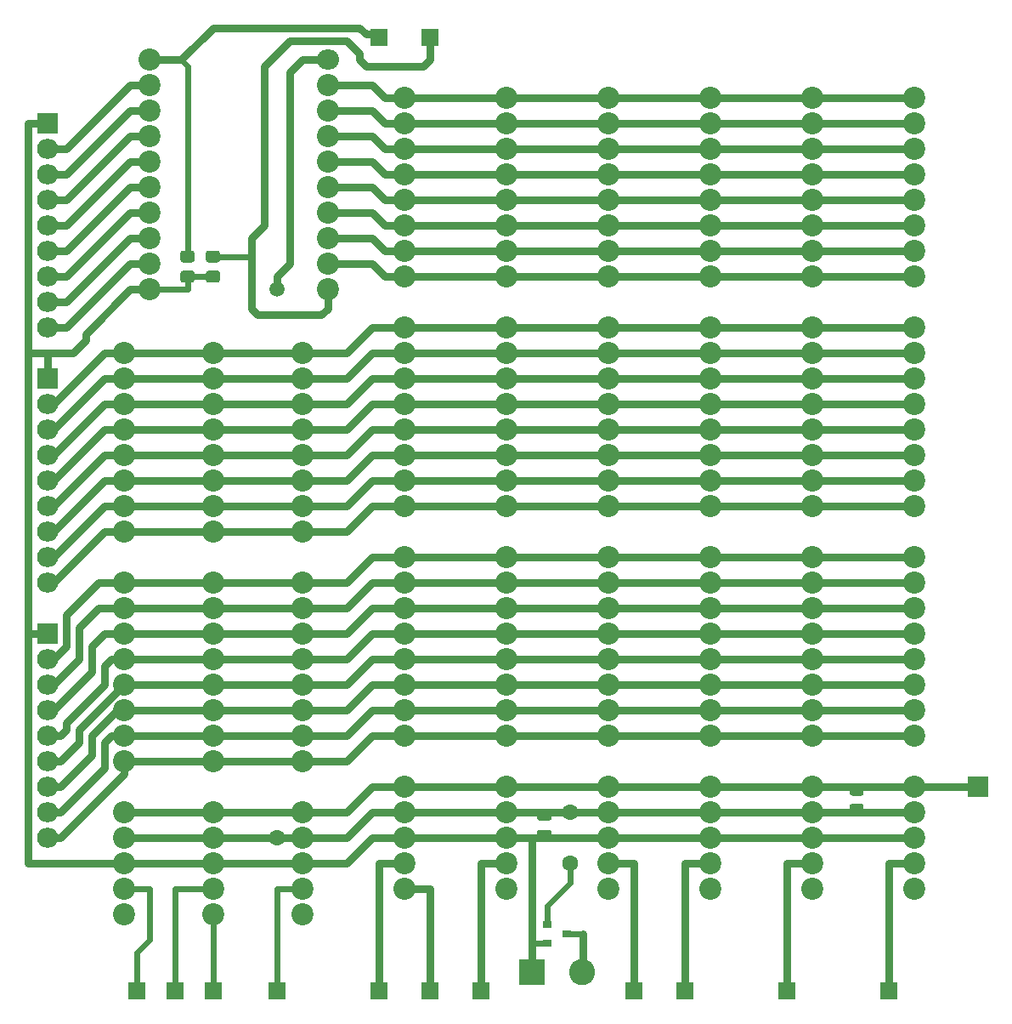
<source format=gbr>
%TF.GenerationSoftware,KiCad,Pcbnew,(5.1.8)-1*%
%TF.CreationDate,2024-07-24T23:05:17+03:00*%
%TF.ProjectId,ALU,414c552e-6b69-4636-9164-5f7063625858,rev?*%
%TF.SameCoordinates,Original*%
%TF.FileFunction,Copper,L2,Bot*%
%TF.FilePolarity,Positive*%
%FSLAX46Y46*%
G04 Gerber Fmt 4.6, Leading zero omitted, Abs format (unit mm)*
G04 Created by KiCad (PCBNEW (5.1.8)-1) date 2024-07-24 23:05:17*
%MOMM*%
%LPD*%
G01*
G04 APERTURE LIST*
%TA.AperFunction,ComponentPad*%
%ADD10C,2.200000*%
%TD*%
%TA.AperFunction,ComponentPad*%
%ADD11R,1.700000X1.700000*%
%TD*%
%TA.AperFunction,ComponentPad*%
%ADD12O,2.200000X2.000000*%
%TD*%
%TA.AperFunction,SMDPad,CuDef*%
%ADD13R,0.900000X0.800000*%
%TD*%
%TA.AperFunction,ComponentPad*%
%ADD14R,2.600000X2.600000*%
%TD*%
%TA.AperFunction,ComponentPad*%
%ADD15C,2.600000*%
%TD*%
%TA.AperFunction,ComponentPad*%
%ADD16R,2.100000X2.000000*%
%TD*%
%TA.AperFunction,ComponentPad*%
%ADD17O,2.100000X2.000000*%
%TD*%
%TA.AperFunction,ViaPad*%
%ADD18C,1.600000*%
%TD*%
%TA.AperFunction,ViaPad*%
%ADD19C,1.500000*%
%TD*%
%TA.AperFunction,Conductor*%
%ADD20C,0.800000*%
%TD*%
%TA.AperFunction,Conductor*%
%ADD21C,0.600000*%
%TD*%
G04 APERTURE END LIST*
%TO.P,R3,2*%
%TO.N,/Latch*%
%TA.AperFunction,SMDPad,CuDef*%
G36*
G01*
X96335001Y-91040000D02*
X95434999Y-91040000D01*
G75*
G02*
X95185000Y-90790001I0J249999D01*
G01*
X95185000Y-90089999D01*
G75*
G02*
X95434999Y-89840000I249999J0D01*
G01*
X96335001Y-89840000D01*
G75*
G02*
X96585000Y-90089999I0J-249999D01*
G01*
X96585000Y-90790001D01*
G75*
G02*
X96335001Y-91040000I-249999J0D01*
G01*
G37*
%TD.AperFunction*%
%TO.P,R3,1*%
%TO.N,VCC*%
%TA.AperFunction,SMDPad,CuDef*%
G36*
G01*
X96335001Y-93040000D02*
X95434999Y-93040000D01*
G75*
G02*
X95185000Y-92790001I0J249999D01*
G01*
X95185000Y-92089999D01*
G75*
G02*
X95434999Y-91840000I249999J0D01*
G01*
X96335001Y-91840000D01*
G75*
G02*
X96585000Y-92089999I0J-249999D01*
G01*
X96585000Y-92790001D01*
G75*
G02*
X96335001Y-93040000I-249999J0D01*
G01*
G37*
%TD.AperFunction*%
%TD*%
%TO.P,R2,2*%
%TO.N,GND*%
%TA.AperFunction,SMDPad,CuDef*%
G36*
G01*
X28759999Y-38770000D02*
X29660001Y-38770000D01*
G75*
G02*
X29910000Y-39019999I0J-249999D01*
G01*
X29910000Y-39720001D01*
G75*
G02*
X29660001Y-39970000I-249999J0D01*
G01*
X28759999Y-39970000D01*
G75*
G02*
X28510000Y-39720001I0J249999D01*
G01*
X28510000Y-39019999D01*
G75*
G02*
X28759999Y-38770000I249999J0D01*
G01*
G37*
%TD.AperFunction*%
%TO.P,R2,1*%
%TO.N,/INVL*%
%TA.AperFunction,SMDPad,CuDef*%
G36*
G01*
X28759999Y-36770000D02*
X29660001Y-36770000D01*
G75*
G02*
X29910000Y-37019999I0J-249999D01*
G01*
X29910000Y-37720001D01*
G75*
G02*
X29660001Y-37970000I-249999J0D01*
G01*
X28759999Y-37970000D01*
G75*
G02*
X28510000Y-37720001I0J249999D01*
G01*
X28510000Y-37019999D01*
G75*
G02*
X28759999Y-36770000I249999J0D01*
G01*
G37*
%TD.AperFunction*%
%TD*%
%TO.P,R1,2*%
%TO.N,GND*%
%TA.AperFunction,SMDPad,CuDef*%
G36*
G01*
X31299999Y-38770000D02*
X32200001Y-38770000D01*
G75*
G02*
X32450000Y-39019999I0J-249999D01*
G01*
X32450000Y-39720001D01*
G75*
G02*
X32200001Y-39970000I-249999J0D01*
G01*
X31299999Y-39970000D01*
G75*
G02*
X31050000Y-39720001I0J249999D01*
G01*
X31050000Y-39019999D01*
G75*
G02*
X31299999Y-38770000I249999J0D01*
G01*
G37*
%TD.AperFunction*%
%TO.P,R1,1*%
%TO.N,/INVH*%
%TA.AperFunction,SMDPad,CuDef*%
G36*
G01*
X31299999Y-36770000D02*
X32200001Y-36770000D01*
G75*
G02*
X32450000Y-37019999I0J-249999D01*
G01*
X32450000Y-37720001D01*
G75*
G02*
X32200001Y-37970000I-249999J0D01*
G01*
X31299999Y-37970000D01*
G75*
G02*
X31050000Y-37720001I0J249999D01*
G01*
X31050000Y-37019999D01*
G75*
G02*
X31299999Y-36770000I249999J0D01*
G01*
G37*
%TD.AperFunction*%
%TD*%
D10*
%TO.P,U9,21*%
%TO.N,Net-(U9-Pad21)*%
X22860000Y-102870000D03*
%TO.P,U9,20*%
%TO.N,/~RSRV*%
X22860000Y-100330000D03*
%TO.P,U9,19*%
%TO.N,GND*%
X22860000Y-97790000D03*
%TO.P,U9,18*%
%TO.N,VCC*%
X22860000Y-95250000D03*
%TO.P,U9,17*%
%TO.N,/Latch*%
X22860000Y-92710000D03*
%TO.P,U9,16*%
%TO.N,/O7*%
X22860000Y-87630000D03*
%TO.P,U9,15*%
%TO.N,/O6*%
X22860000Y-85090000D03*
%TO.P,U9,14*%
%TO.N,/O5*%
X22860000Y-82550000D03*
%TO.P,U9,13*%
%TO.N,/O4*%
X22860000Y-80010000D03*
%TO.P,U9,12*%
%TO.N,/O3*%
X22860000Y-77470000D03*
%TO.P,U9,11*%
%TO.N,/O2*%
X22860000Y-74930000D03*
%TO.P,U9,10*%
%TO.N,/O1*%
X22860000Y-72390000D03*
%TO.P,U9,9*%
%TO.N,/O0*%
X22860000Y-69850000D03*
%TO.P,U9,8*%
%TO.N,/A7*%
X22860000Y-64770000D03*
%TO.P,U9,7*%
%TO.N,/A6*%
X22860000Y-62230000D03*
%TO.P,U9,6*%
%TO.N,/A5*%
X22860000Y-59690000D03*
%TO.P,U9,5*%
%TO.N,/A4*%
X22860000Y-57150000D03*
%TO.P,U9,4*%
%TO.N,/A3*%
X22860000Y-54610000D03*
%TO.P,U9,3*%
%TO.N,/A2*%
X22860000Y-52070000D03*
%TO.P,U9,2*%
%TO.N,/A1*%
X22860000Y-49530000D03*
%TO.P,U9,1*%
%TO.N,/A0*%
X22860000Y-46990000D03*
%TD*%
D11*
%TO.P,J14,1*%
%TO.N,/INVH*%
X53340000Y-15557500D03*
%TD*%
%TO.P,J13,1*%
%TO.N,/INVL*%
X48260000Y-15557500D03*
%TD*%
%TO.P,J12,1*%
%TO.N,/~RSRV*%
X24130000Y-110490000D03*
%TD*%
D12*
%TO.P,U10,20*%
%TO.N,VCC*%
X43180000Y-17780000D03*
D10*
%TO.P,U10,19*%
%TO.N,/B0*%
X43180000Y-20320000D03*
%TO.P,U10,18*%
%TO.N,/B1*%
X43180000Y-22860000D03*
%TO.P,U10,17*%
%TO.N,/B2*%
X43180000Y-25400000D03*
%TO.P,U10,16*%
%TO.N,/B3*%
X43180000Y-27940000D03*
%TO.P,U10,15*%
%TO.N,/B4*%
X43180000Y-30480000D03*
%TO.P,U10,14*%
%TO.N,/B5*%
X43180000Y-33020000D03*
%TO.P,U10,13*%
%TO.N,/B6*%
X43180000Y-35560000D03*
%TO.P,U10,12*%
%TO.N,/B7*%
X43180000Y-38100000D03*
%TO.P,U10,11*%
%TO.N,/INVH*%
X43180000Y-40640000D03*
%TO.P,U10,10*%
%TO.N,GND*%
X25400000Y-40640000D03*
%TO.P,U10,9*%
%TO.N,/B7'*%
X25400000Y-38100000D03*
%TO.P,U10,8*%
%TO.N,/B6'*%
X25400000Y-35560000D03*
%TO.P,U10,7*%
%TO.N,/B5'*%
X25400000Y-33020000D03*
%TO.P,U10,6*%
%TO.N,/B4'*%
X25400000Y-30480000D03*
%TO.P,U10,5*%
%TO.N,/B3'*%
X25400000Y-27940000D03*
%TO.P,U10,4*%
%TO.N,/B2'*%
X25400000Y-25400000D03*
%TO.P,U10,3*%
%TO.N,/B1'*%
X25400000Y-22860000D03*
%TO.P,U10,2*%
%TO.N,/B0'*%
X25400000Y-20320000D03*
%TO.P,U10,1*%
%TO.N,/INVL*%
X25400000Y-17780000D03*
%TD*%
D13*
%TO.P,Q1,3*%
%TO.N,Net-(J7-Pad2)*%
X67040000Y-104775000D03*
%TO.P,Q1,2*%
%TO.N,VCC*%
X65040000Y-103825000D03*
%TO.P,Q1,1*%
%TO.N,GND*%
X65040000Y-105725000D03*
%TD*%
D11*
%TO.P,J11,1*%
%TO.N,/~SWAP*%
X38100000Y-110490000D03*
%TD*%
D10*
%TO.P,U8,21*%
%TO.N,Net-(U8-Pad21)*%
X40640000Y-102870000D03*
%TO.P,U8,20*%
%TO.N,/~SWAP*%
X40640000Y-100330000D03*
%TO.P,U8,19*%
%TO.N,GND*%
X40640000Y-97790000D03*
%TO.P,U8,18*%
%TO.N,VCC*%
X40640000Y-95250000D03*
%TO.P,U8,17*%
%TO.N,/Latch*%
X40640000Y-92710000D03*
%TO.P,U8,16*%
%TO.N,/O7*%
X40640000Y-87630000D03*
%TO.P,U8,15*%
%TO.N,/O6*%
X40640000Y-85090000D03*
%TO.P,U8,14*%
%TO.N,/O5*%
X40640000Y-82550000D03*
%TO.P,U8,13*%
%TO.N,/O4*%
X40640000Y-80010000D03*
%TO.P,U8,12*%
%TO.N,/O3*%
X40640000Y-77470000D03*
%TO.P,U8,11*%
%TO.N,/O2*%
X40640000Y-74930000D03*
%TO.P,U8,10*%
%TO.N,/O1*%
X40640000Y-72390000D03*
%TO.P,U8,9*%
%TO.N,/O0*%
X40640000Y-69850000D03*
%TO.P,U8,8*%
%TO.N,/A7*%
X40640000Y-64770000D03*
%TO.P,U8,7*%
%TO.N,/A6*%
X40640000Y-62230000D03*
%TO.P,U8,6*%
%TO.N,/A5*%
X40640000Y-59690000D03*
%TO.P,U8,5*%
%TO.N,/A4*%
X40640000Y-57150000D03*
%TO.P,U8,4*%
%TO.N,/A3*%
X40640000Y-54610000D03*
%TO.P,U8,3*%
%TO.N,/A2*%
X40640000Y-52070000D03*
%TO.P,U8,2*%
%TO.N,/A1*%
X40640000Y-49530000D03*
%TO.P,U8,1*%
%TO.N,/A0*%
X40640000Y-46990000D03*
%TD*%
D11*
%TO.P,J6,1*%
%TO.N,/UseCF2*%
X27940000Y-110490000D03*
%TD*%
%TO.P,J5,1*%
%TO.N,/~LSRx*%
X31750000Y-110490000D03*
%TD*%
D10*
%TO.P,U5,29*%
%TO.N,Net-(U5-Pad29)*%
X91440000Y-100330000D03*
%TO.P,U5,28*%
%TO.N,/CMP.Expand*%
X91440000Y-97790000D03*
%TO.P,U5,27*%
%TO.N,GND*%
X91440000Y-95250000D03*
%TO.P,U5,26*%
%TO.N,VCC*%
X91440000Y-92710000D03*
%TO.P,U5,25*%
%TO.N,/Latch*%
X91440000Y-90170000D03*
%TO.P,U5,24*%
%TO.N,/O7*%
X91440000Y-85090000D03*
%TO.P,U5,23*%
%TO.N,/O6*%
X91440000Y-82550000D03*
%TO.P,U5,22*%
%TO.N,/O5*%
X91440000Y-80010000D03*
%TO.P,U5,21*%
%TO.N,/O4*%
X91440000Y-77470000D03*
%TO.P,U5,20*%
%TO.N,/O3*%
X91440000Y-74930000D03*
%TO.P,U5,19*%
%TO.N,/O2*%
X91440000Y-72390000D03*
%TO.P,U5,18*%
%TO.N,/O1*%
X91440000Y-69850000D03*
%TO.P,U5,17*%
%TO.N,/O0*%
X91440000Y-67310000D03*
%TO.P,U5,16*%
%TO.N,/A7*%
X91440000Y-62230000D03*
%TO.P,U5,15*%
%TO.N,/A6*%
X91440000Y-59690000D03*
%TO.P,U5,14*%
%TO.N,/A5*%
X91440000Y-57150000D03*
%TO.P,U5,13*%
%TO.N,/A4*%
X91440000Y-54610000D03*
%TO.P,U5,12*%
%TO.N,/A3*%
X91440000Y-52070000D03*
%TO.P,U5,11*%
%TO.N,/A2*%
X91440000Y-49530000D03*
%TO.P,U5,10*%
%TO.N,/A1*%
X91440000Y-46990000D03*
%TO.P,U5,9*%
%TO.N,/A0*%
X91440000Y-44450000D03*
%TO.P,U5,8*%
%TO.N,/B7*%
X91440000Y-39370000D03*
%TO.P,U5,7*%
%TO.N,/B6*%
X91440000Y-36830000D03*
%TO.P,U5,6*%
%TO.N,/B5*%
X91440000Y-34290000D03*
%TO.P,U5,5*%
%TO.N,/B4*%
X91440000Y-31750000D03*
%TO.P,U5,4*%
%TO.N,/B3*%
X91440000Y-29210000D03*
%TO.P,U5,3*%
%TO.N,/B2*%
X91440000Y-26670000D03*
%TO.P,U5,2*%
%TO.N,/B1*%
X91440000Y-24130000D03*
%TO.P,U5,1*%
%TO.N,/B0*%
X91440000Y-21590000D03*
%TD*%
D14*
%TO.P,J7,1*%
%TO.N,GND*%
X63500000Y-108585000D03*
D15*
%TO.P,J7,2*%
%TO.N,Net-(J7-Pad2)*%
X68500000Y-108585000D03*
%TD*%
D10*
%TO.P,U1,1*%
%TO.N,/B0*%
X50800000Y-21590000D03*
%TO.P,U1,2*%
%TO.N,/B1*%
X50800000Y-24130000D03*
%TO.P,U1,3*%
%TO.N,/B2*%
X50800000Y-26670000D03*
%TO.P,U1,4*%
%TO.N,/B3*%
X50800000Y-29210000D03*
%TO.P,U1,5*%
%TO.N,/B4*%
X50800000Y-31750000D03*
%TO.P,U1,6*%
%TO.N,/B5*%
X50800000Y-34290000D03*
%TO.P,U1,7*%
%TO.N,/B6*%
X50800000Y-36830000D03*
%TO.P,U1,8*%
%TO.N,/B7*%
X50800000Y-39370000D03*
%TO.P,U1,9*%
%TO.N,/A0*%
X50800000Y-44450000D03*
%TO.P,U1,10*%
%TO.N,/A1*%
X50800000Y-46990000D03*
%TO.P,U1,11*%
%TO.N,/A2*%
X50800000Y-49530000D03*
%TO.P,U1,12*%
%TO.N,/A3*%
X50800000Y-52070000D03*
%TO.P,U1,13*%
%TO.N,/A4*%
X50800000Y-54610000D03*
%TO.P,U1,14*%
%TO.N,/A5*%
X50800000Y-57150000D03*
%TO.P,U1,15*%
%TO.N,/A6*%
X50800000Y-59690000D03*
%TO.P,U1,16*%
%TO.N,/A7*%
X50800000Y-62230000D03*
%TO.P,U1,17*%
%TO.N,/O0*%
X50800000Y-67310000D03*
%TO.P,U1,18*%
%TO.N,/O1*%
X50800000Y-69850000D03*
%TO.P,U1,19*%
%TO.N,/O2*%
X50800000Y-72390000D03*
%TO.P,U1,20*%
%TO.N,/O3*%
X50800000Y-74930000D03*
%TO.P,U1,21*%
%TO.N,/O4*%
X50800000Y-77470000D03*
%TO.P,U1,22*%
%TO.N,/O5*%
X50800000Y-80010000D03*
%TO.P,U1,23*%
%TO.N,/O6*%
X50800000Y-82550000D03*
%TO.P,U1,24*%
%TO.N,/O7*%
X50800000Y-85090000D03*
%TO.P,U1,25*%
%TO.N,/Latch*%
X50800000Y-90170000D03*
%TO.P,U1,26*%
%TO.N,VCC*%
X50800000Y-92710000D03*
%TO.P,U1,27*%
%TO.N,GND*%
X50800000Y-95250000D03*
%TO.P,U1,28*%
%TO.N,/UseCF*%
X50800000Y-97790000D03*
%TO.P,U1,29*%
%TO.N,/~ADDx*%
X50800000Y-100330000D03*
%TD*%
%TO.P,U2,29*%
%TO.N,Net-(U2-Pad29)*%
X60960000Y-100330000D03*
%TO.P,U2,28*%
%TO.N,/~AND*%
X60960000Y-97790000D03*
%TO.P,U2,27*%
%TO.N,GND*%
X60960000Y-95250000D03*
%TO.P,U2,26*%
%TO.N,VCC*%
X60960000Y-92710000D03*
%TO.P,U2,25*%
%TO.N,/Latch*%
X60960000Y-90170000D03*
%TO.P,U2,24*%
%TO.N,/O7*%
X60960000Y-85090000D03*
%TO.P,U2,23*%
%TO.N,/O6*%
X60960000Y-82550000D03*
%TO.P,U2,22*%
%TO.N,/O5*%
X60960000Y-80010000D03*
%TO.P,U2,21*%
%TO.N,/O4*%
X60960000Y-77470000D03*
%TO.P,U2,20*%
%TO.N,/O3*%
X60960000Y-74930000D03*
%TO.P,U2,19*%
%TO.N,/O2*%
X60960000Y-72390000D03*
%TO.P,U2,18*%
%TO.N,/O1*%
X60960000Y-69850000D03*
%TO.P,U2,17*%
%TO.N,/O0*%
X60960000Y-67310000D03*
%TO.P,U2,16*%
%TO.N,/A7*%
X60960000Y-62230000D03*
%TO.P,U2,15*%
%TO.N,/A6*%
X60960000Y-59690000D03*
%TO.P,U2,14*%
%TO.N,/A5*%
X60960000Y-57150000D03*
%TO.P,U2,13*%
%TO.N,/A4*%
X60960000Y-54610000D03*
%TO.P,U2,12*%
%TO.N,/A3*%
X60960000Y-52070000D03*
%TO.P,U2,11*%
%TO.N,/A2*%
X60960000Y-49530000D03*
%TO.P,U2,10*%
%TO.N,/A1*%
X60960000Y-46990000D03*
%TO.P,U2,9*%
%TO.N,/A0*%
X60960000Y-44450000D03*
%TO.P,U2,8*%
%TO.N,/B7*%
X60960000Y-39370000D03*
%TO.P,U2,7*%
%TO.N,/B6*%
X60960000Y-36830000D03*
%TO.P,U2,6*%
%TO.N,/B5*%
X60960000Y-34290000D03*
%TO.P,U2,5*%
%TO.N,/B4*%
X60960000Y-31750000D03*
%TO.P,U2,4*%
%TO.N,/B3*%
X60960000Y-29210000D03*
%TO.P,U2,3*%
%TO.N,/B2*%
X60960000Y-26670000D03*
%TO.P,U2,2*%
%TO.N,/B1*%
X60960000Y-24130000D03*
%TO.P,U2,1*%
%TO.N,/B0*%
X60960000Y-21590000D03*
%TD*%
%TO.P,U3,1*%
%TO.N,/B0*%
X71120000Y-21590000D03*
%TO.P,U3,2*%
%TO.N,/B1*%
X71120000Y-24130000D03*
%TO.P,U3,3*%
%TO.N,/B2*%
X71120000Y-26670000D03*
%TO.P,U3,4*%
%TO.N,/B3*%
X71120000Y-29210000D03*
%TO.P,U3,5*%
%TO.N,/B4*%
X71120000Y-31750000D03*
%TO.P,U3,6*%
%TO.N,/B5*%
X71120000Y-34290000D03*
%TO.P,U3,7*%
%TO.N,/B6*%
X71120000Y-36830000D03*
%TO.P,U3,8*%
%TO.N,/B7*%
X71120000Y-39370000D03*
%TO.P,U3,9*%
%TO.N,/A0*%
X71120000Y-44450000D03*
%TO.P,U3,10*%
%TO.N,/A1*%
X71120000Y-46990000D03*
%TO.P,U3,11*%
%TO.N,/A2*%
X71120000Y-49530000D03*
%TO.P,U3,12*%
%TO.N,/A3*%
X71120000Y-52070000D03*
%TO.P,U3,13*%
%TO.N,/A4*%
X71120000Y-54610000D03*
%TO.P,U3,14*%
%TO.N,/A5*%
X71120000Y-57150000D03*
%TO.P,U3,15*%
%TO.N,/A6*%
X71120000Y-59690000D03*
%TO.P,U3,16*%
%TO.N,/A7*%
X71120000Y-62230000D03*
%TO.P,U3,17*%
%TO.N,/O0*%
X71120000Y-67310000D03*
%TO.P,U3,18*%
%TO.N,/O1*%
X71120000Y-69850000D03*
%TO.P,U3,19*%
%TO.N,/O2*%
X71120000Y-72390000D03*
%TO.P,U3,20*%
%TO.N,/O3*%
X71120000Y-74930000D03*
%TO.P,U3,21*%
%TO.N,/O4*%
X71120000Y-77470000D03*
%TO.P,U3,22*%
%TO.N,/O5*%
X71120000Y-80010000D03*
%TO.P,U3,23*%
%TO.N,/O6*%
X71120000Y-82550000D03*
%TO.P,U3,24*%
%TO.N,/O7*%
X71120000Y-85090000D03*
%TO.P,U3,25*%
%TO.N,/Latch*%
X71120000Y-90170000D03*
%TO.P,U3,26*%
%TO.N,VCC*%
X71120000Y-92710000D03*
%TO.P,U3,27*%
%TO.N,GND*%
X71120000Y-95250000D03*
%TO.P,U3,28*%
%TO.N,/~OR*%
X71120000Y-97790000D03*
%TO.P,U3,29*%
%TO.N,Net-(U3-Pad29)*%
X71120000Y-100330000D03*
%TD*%
%TO.P,U4,1*%
%TO.N,/B0*%
X81280000Y-21590000D03*
%TO.P,U4,2*%
%TO.N,/B1*%
X81280000Y-24130000D03*
%TO.P,U4,3*%
%TO.N,/B2*%
X81280000Y-26670000D03*
%TO.P,U4,4*%
%TO.N,/B3*%
X81280000Y-29210000D03*
%TO.P,U4,5*%
%TO.N,/B4*%
X81280000Y-31750000D03*
%TO.P,U4,6*%
%TO.N,/B5*%
X81280000Y-34290000D03*
%TO.P,U4,7*%
%TO.N,/B6*%
X81280000Y-36830000D03*
%TO.P,U4,8*%
%TO.N,/B7*%
X81280000Y-39370000D03*
%TO.P,U4,9*%
%TO.N,/A0*%
X81280000Y-44450000D03*
%TO.P,U4,10*%
%TO.N,/A1*%
X81280000Y-46990000D03*
%TO.P,U4,11*%
%TO.N,/A2*%
X81280000Y-49530000D03*
%TO.P,U4,12*%
%TO.N,/A3*%
X81280000Y-52070000D03*
%TO.P,U4,13*%
%TO.N,/A4*%
X81280000Y-54610000D03*
%TO.P,U4,14*%
%TO.N,/A5*%
X81280000Y-57150000D03*
%TO.P,U4,15*%
%TO.N,/A6*%
X81280000Y-59690000D03*
%TO.P,U4,16*%
%TO.N,/A7*%
X81280000Y-62230000D03*
%TO.P,U4,17*%
%TO.N,/O0*%
X81280000Y-67310000D03*
%TO.P,U4,18*%
%TO.N,/O1*%
X81280000Y-69850000D03*
%TO.P,U4,19*%
%TO.N,/O2*%
X81280000Y-72390000D03*
%TO.P,U4,20*%
%TO.N,/O3*%
X81280000Y-74930000D03*
%TO.P,U4,21*%
%TO.N,/O4*%
X81280000Y-77470000D03*
%TO.P,U4,22*%
%TO.N,/O5*%
X81280000Y-80010000D03*
%TO.P,U4,23*%
%TO.N,/O6*%
X81280000Y-82550000D03*
%TO.P,U4,24*%
%TO.N,/O7*%
X81280000Y-85090000D03*
%TO.P,U4,25*%
%TO.N,/Latch*%
X81280000Y-90170000D03*
%TO.P,U4,26*%
%TO.N,VCC*%
X81280000Y-92710000D03*
%TO.P,U4,27*%
%TO.N,GND*%
X81280000Y-95250000D03*
%TO.P,U4,28*%
%TO.N,/~XOR*%
X81280000Y-97790000D03*
%TO.P,U4,29*%
%TO.N,Net-(U4-Pad29)*%
X81280000Y-100330000D03*
%TD*%
D16*
%TO.P,J4,1*%
%TO.N,/Latch*%
X107950000Y-90170000D03*
%TD*%
D11*
%TO.P,J25,1*%
%TO.N,/~MOV*%
X99060000Y-110490000D03*
%TD*%
%TO.P,J26,1*%
%TO.N,/~XOR*%
X78740000Y-110490000D03*
%TD*%
%TO.P,J27,1*%
%TO.N,/~OR*%
X73660000Y-110490000D03*
%TD*%
%TO.P,J28,1*%
%TO.N,/~AND*%
X58420000Y-110490000D03*
%TD*%
%TO.P,J30,1*%
%TO.N,/~ADDx*%
X53340000Y-110490000D03*
%TD*%
%TO.P,J31,1*%
%TO.N,/UseCF*%
X48260000Y-110490000D03*
%TD*%
%TO.P,J41,1*%
%TO.N,/CMP.Expand*%
X88900000Y-110490000D03*
%TD*%
%TO.P,C1,1*%
%TO.N,VCC*%
%TA.AperFunction,SMDPad,CuDef*%
G36*
G01*
X64295000Y-92355000D02*
X65245000Y-92355000D01*
G75*
G02*
X65495000Y-92605000I0J-250000D01*
G01*
X65495000Y-93280000D01*
G75*
G02*
X65245000Y-93530000I-250000J0D01*
G01*
X64295000Y-93530000D01*
G75*
G02*
X64045000Y-93280000I0J250000D01*
G01*
X64045000Y-92605000D01*
G75*
G02*
X64295000Y-92355000I250000J0D01*
G01*
G37*
%TD.AperFunction*%
%TO.P,C1,2*%
%TO.N,GND*%
%TA.AperFunction,SMDPad,CuDef*%
G36*
G01*
X64295000Y-94430000D02*
X65245000Y-94430000D01*
G75*
G02*
X65495000Y-94680000I0J-250000D01*
G01*
X65495000Y-95355000D01*
G75*
G02*
X65245000Y-95605000I-250000J0D01*
G01*
X64295000Y-95605000D01*
G75*
G02*
X64045000Y-95355000I0J250000D01*
G01*
X64045000Y-94680000D01*
G75*
G02*
X64295000Y-94430000I250000J0D01*
G01*
G37*
%TD.AperFunction*%
%TD*%
D10*
%TO.P,U6,29*%
%TO.N,Net-(U6-Pad29)*%
X101600000Y-100330000D03*
%TO.P,U6,28*%
%TO.N,/~MOV*%
X101600000Y-97790000D03*
%TO.P,U6,27*%
%TO.N,GND*%
X101600000Y-95250000D03*
%TO.P,U6,26*%
%TO.N,VCC*%
X101600000Y-92710000D03*
%TO.P,U6,25*%
%TO.N,/Latch*%
X101600000Y-90170000D03*
%TO.P,U6,24*%
%TO.N,/O7*%
X101600000Y-85090000D03*
%TO.P,U6,23*%
%TO.N,/O6*%
X101600000Y-82550000D03*
%TO.P,U6,22*%
%TO.N,/O5*%
X101600000Y-80010000D03*
%TO.P,U6,21*%
%TO.N,/O4*%
X101600000Y-77470000D03*
%TO.P,U6,20*%
%TO.N,/O3*%
X101600000Y-74930000D03*
%TO.P,U6,19*%
%TO.N,/O2*%
X101600000Y-72390000D03*
%TO.P,U6,18*%
%TO.N,/O1*%
X101600000Y-69850000D03*
%TO.P,U6,17*%
%TO.N,/O0*%
X101600000Y-67310000D03*
%TO.P,U6,16*%
%TO.N,/A7*%
X101600000Y-62230000D03*
%TO.P,U6,15*%
%TO.N,/A6*%
X101600000Y-59690000D03*
%TO.P,U6,14*%
%TO.N,/A5*%
X101600000Y-57150000D03*
%TO.P,U6,13*%
%TO.N,/A4*%
X101600000Y-54610000D03*
%TO.P,U6,12*%
%TO.N,/A3*%
X101600000Y-52070000D03*
%TO.P,U6,11*%
%TO.N,/A2*%
X101600000Y-49530000D03*
%TO.P,U6,10*%
%TO.N,/A1*%
X101600000Y-46990000D03*
%TO.P,U6,9*%
%TO.N,/A0*%
X101600000Y-44450000D03*
%TO.P,U6,8*%
%TO.N,/B7*%
X101600000Y-39370000D03*
%TO.P,U6,7*%
%TO.N,/B6*%
X101600000Y-36830000D03*
%TO.P,U6,6*%
%TO.N,/B5*%
X101600000Y-34290000D03*
%TO.P,U6,5*%
%TO.N,/B4*%
X101600000Y-31750000D03*
%TO.P,U6,4*%
%TO.N,/B3*%
X101600000Y-29210000D03*
%TO.P,U6,3*%
%TO.N,/B2*%
X101600000Y-26670000D03*
%TO.P,U6,2*%
%TO.N,/B1*%
X101600000Y-24130000D03*
%TO.P,U6,1*%
%TO.N,/B0*%
X101600000Y-21590000D03*
%TD*%
%TO.P,U7,1*%
%TO.N,/A0*%
X31750000Y-46990000D03*
%TO.P,U7,2*%
%TO.N,/A1*%
X31750000Y-49530000D03*
%TO.P,U7,3*%
%TO.N,/A2*%
X31750000Y-52070000D03*
%TO.P,U7,4*%
%TO.N,/A3*%
X31750000Y-54610000D03*
%TO.P,U7,5*%
%TO.N,/A4*%
X31750000Y-57150000D03*
%TO.P,U7,6*%
%TO.N,/A5*%
X31750000Y-59690000D03*
%TO.P,U7,7*%
%TO.N,/A6*%
X31750000Y-62230000D03*
%TO.P,U7,8*%
%TO.N,/A7*%
X31750000Y-64770000D03*
%TO.P,U7,9*%
%TO.N,/O0*%
X31750000Y-69850000D03*
%TO.P,U7,10*%
%TO.N,/O1*%
X31750000Y-72390000D03*
%TO.P,U7,11*%
%TO.N,/O2*%
X31750000Y-74930000D03*
%TO.P,U7,12*%
%TO.N,/O3*%
X31750000Y-77470000D03*
%TO.P,U7,13*%
%TO.N,/O4*%
X31750000Y-80010000D03*
%TO.P,U7,14*%
%TO.N,/O5*%
X31750000Y-82550000D03*
%TO.P,U7,15*%
%TO.N,/O6*%
X31750000Y-85090000D03*
%TO.P,U7,16*%
%TO.N,/O7*%
X31750000Y-87630000D03*
%TO.P,U7,17*%
%TO.N,/Latch*%
X31750000Y-92710000D03*
%TO.P,U7,18*%
%TO.N,VCC*%
X31750000Y-95250000D03*
%TO.P,U7,19*%
%TO.N,GND*%
X31750000Y-97790000D03*
%TO.P,U7,20*%
%TO.N,/UseCF2*%
X31750000Y-100330000D03*
%TO.P,U7,21*%
%TO.N,/~LSRx*%
X31750000Y-102870000D03*
%TD*%
D16*
%TO.P,J1,1*%
%TO.N,GND*%
X15240000Y-24130000D03*
D17*
%TO.P,J1,2*%
%TO.N,/B0'*%
X15240000Y-26670000D03*
%TO.P,J1,3*%
%TO.N,/B1'*%
X15240000Y-29210000D03*
%TO.P,J1,4*%
%TO.N,/B2'*%
X15240000Y-31750000D03*
%TO.P,J1,5*%
%TO.N,/B3'*%
X15240000Y-34290000D03*
%TO.P,J1,6*%
%TO.N,/B4'*%
X15240000Y-36830000D03*
%TO.P,J1,7*%
%TO.N,/B5'*%
X15240000Y-39370000D03*
%TO.P,J1,8*%
%TO.N,/B6'*%
X15240000Y-41910000D03*
%TO.P,J1,9*%
%TO.N,/B7'*%
X15240000Y-44450000D03*
%TD*%
%TO.P,J2,9*%
%TO.N,/A7*%
X15240000Y-69850000D03*
%TO.P,J2,8*%
%TO.N,/A6*%
X15240000Y-67310000D03*
%TO.P,J2,7*%
%TO.N,/A5*%
X15240000Y-64770000D03*
%TO.P,J2,6*%
%TO.N,/A4*%
X15240000Y-62230000D03*
%TO.P,J2,5*%
%TO.N,/A3*%
X15240000Y-59690000D03*
%TO.P,J2,4*%
%TO.N,/A2*%
X15240000Y-57150000D03*
%TO.P,J2,3*%
%TO.N,/A1*%
X15240000Y-54610000D03*
%TO.P,J2,2*%
%TO.N,/A0*%
X15240000Y-52070000D03*
D16*
%TO.P,J2,1*%
%TO.N,GND*%
X15240000Y-49530000D03*
%TD*%
%TO.P,J3,1*%
%TO.N,GND*%
X15240000Y-74930000D03*
D17*
%TO.P,J3,2*%
%TO.N,/O0*%
X15240000Y-77470000D03*
%TO.P,J3,3*%
%TO.N,/O1*%
X15240000Y-80010000D03*
%TO.P,J3,4*%
%TO.N,/O2*%
X15240000Y-82550000D03*
%TO.P,J3,5*%
%TO.N,/O3*%
X15240000Y-85090000D03*
%TO.P,J3,6*%
%TO.N,/O4*%
X15240000Y-87630000D03*
%TO.P,J3,7*%
%TO.N,/O5*%
X15240000Y-90170000D03*
%TO.P,J3,8*%
%TO.N,/O6*%
X15240000Y-92710000D03*
%TO.P,J3,9*%
%TO.N,/O7*%
X15240000Y-95250000D03*
%TD*%
D18*
%TO.N,VCC*%
X67310000Y-92710000D03*
X67310000Y-97790000D03*
X38100000Y-95250000D03*
D19*
X38100000Y-40640000D03*
%TD*%
D20*
%TO.N,GND*%
X22860000Y-97790000D02*
X40640000Y-97790000D01*
X50800000Y-95250000D02*
X47625000Y-95250000D01*
X45085000Y-97790000D02*
X40640000Y-97790000D01*
X47625000Y-95250000D02*
X45085000Y-97790000D01*
X19050000Y-45720000D02*
X17780000Y-46990000D01*
X15240000Y-46990000D02*
X15240000Y-49530000D01*
X17780000Y-46990000D02*
X15240000Y-46990000D01*
X13335000Y-46990000D02*
X15240000Y-46990000D01*
X13335000Y-24130000D02*
X13335000Y-46990000D01*
X15240000Y-24130000D02*
X13335000Y-24130000D01*
X25400000Y-40640000D02*
X23495000Y-40640000D01*
X19050000Y-45085000D02*
X19050000Y-45720000D01*
X23495000Y-40640000D02*
X19050000Y-45085000D01*
X13335000Y-74930000D02*
X15240000Y-74930000D01*
X13335000Y-46990000D02*
X13335000Y-74930000D01*
X13335000Y-74930000D02*
X13335000Y-97790000D01*
X13335000Y-97790000D02*
X22860000Y-97790000D01*
X63500000Y-95250000D02*
X63500000Y-101600000D01*
X50800000Y-95250000D02*
X63500000Y-95250000D01*
X63500000Y-95250000D02*
X101600000Y-95250000D01*
D21*
X65040000Y-105725000D02*
X63502500Y-105725000D01*
X63502500Y-105725000D02*
X63500000Y-105727500D01*
D20*
X63500000Y-105727500D02*
X63500000Y-108585000D01*
X63500000Y-101600000D02*
X63500000Y-105727500D01*
D21*
X29210000Y-39370000D02*
X31750000Y-39370000D01*
X29210000Y-39370000D02*
X29210000Y-40640000D01*
X29210000Y-40640000D02*
X25400000Y-40640000D01*
D20*
%TO.N,/Latch*%
X50800000Y-90170000D02*
X101600000Y-90170000D01*
X22860000Y-92710000D02*
X40640000Y-92710000D01*
X50800000Y-90170000D02*
X47625000Y-90170000D01*
X45085000Y-92710000D02*
X40640000Y-92710000D01*
X47625000Y-90170000D02*
X45085000Y-92710000D01*
X101600000Y-90170000D02*
X107950000Y-90170000D01*
%TO.N,VCC*%
X50800000Y-92710000D02*
X67310000Y-92710000D01*
X22860000Y-95250000D02*
X38100000Y-95250000D01*
X50800000Y-92710000D02*
X47625000Y-92710000D01*
X45085000Y-95250000D02*
X40640000Y-95250000D01*
X47625000Y-92710000D02*
X45085000Y-95250000D01*
X67310000Y-92710000D02*
X101600000Y-92710000D01*
D21*
X67310000Y-99695000D02*
X67310000Y-97790000D01*
X65040000Y-101965000D02*
X67310000Y-99695000D01*
X65040000Y-103825000D02*
X65040000Y-101965000D01*
D20*
X38100000Y-95250000D02*
X40640000Y-95250000D01*
X38100000Y-39370000D02*
X38100000Y-40640000D01*
X39370000Y-38100000D02*
X38100000Y-39370000D01*
X39370000Y-19050000D02*
X40640000Y-17780000D01*
X43180000Y-17780000D02*
X40640000Y-17780000D01*
X39370000Y-19050000D02*
X39370000Y-38100000D01*
%TO.N,/O0*%
X50800000Y-67310000D02*
X101600000Y-67310000D01*
X22860000Y-69850000D02*
X40640000Y-69850000D01*
X50800000Y-67310000D02*
X47625000Y-67310000D01*
X45085000Y-69850000D02*
X40640000Y-69850000D01*
X47625000Y-67310000D02*
X45085000Y-69850000D01*
X15240000Y-77470000D02*
X15875000Y-77470000D01*
X15875000Y-77470000D02*
X17145000Y-76200000D01*
X17145000Y-76200000D02*
X17145000Y-73025000D01*
X20320000Y-69850000D02*
X22860000Y-69850000D01*
X17145000Y-73025000D02*
X20320000Y-69850000D01*
%TO.N,/O1*%
X50800000Y-69850000D02*
X101600000Y-69850000D01*
X22860000Y-72390000D02*
X40640000Y-72390000D01*
X50800000Y-69850000D02*
X47625000Y-69850000D01*
X45085000Y-72390000D02*
X40640000Y-72390000D01*
X47625000Y-69850000D02*
X45085000Y-72390000D01*
X15875000Y-80010000D02*
X15240000Y-80010000D01*
X18415000Y-77470000D02*
X15875000Y-80010000D01*
X18415000Y-74295000D02*
X18415000Y-77470000D01*
X20320000Y-72390000D02*
X18415000Y-74295000D01*
X22860000Y-72390000D02*
X20320000Y-72390000D01*
%TO.N,/O2*%
X50800000Y-72390000D02*
X101600000Y-72390000D01*
X22860000Y-74930000D02*
X40640000Y-74930000D01*
X50800000Y-72390000D02*
X47625000Y-72390000D01*
X45085000Y-74930000D02*
X40640000Y-74930000D01*
X47625000Y-72390000D02*
X45085000Y-74930000D01*
X15875000Y-82550000D02*
X15240000Y-82550000D01*
X19685000Y-78740000D02*
X15875000Y-82550000D01*
X19685000Y-76200000D02*
X20955000Y-74930000D01*
X22860000Y-74930000D02*
X20955000Y-74930000D01*
X19685000Y-76200000D02*
X19685000Y-78740000D01*
%TO.N,/O3*%
X50800000Y-74930000D02*
X101600000Y-74930000D01*
X22860000Y-77470000D02*
X40640000Y-77470000D01*
X50800000Y-74930000D02*
X47625000Y-74930000D01*
X45085000Y-77470000D02*
X40640000Y-77470000D01*
X47625000Y-74930000D02*
X45085000Y-77470000D01*
X16510000Y-85090000D02*
X15240000Y-85090000D01*
X17145000Y-84455000D02*
X16510000Y-85090000D01*
X17145000Y-83820000D02*
X17145000Y-84455000D01*
X20955000Y-80010000D02*
X17145000Y-83820000D01*
X20955000Y-78105000D02*
X20955000Y-80010000D01*
X21590000Y-77470000D02*
X20955000Y-78105000D01*
X22860000Y-77470000D02*
X21590000Y-77470000D01*
%TO.N,/O4*%
X50800000Y-77470000D02*
X101600000Y-77470000D01*
X22860000Y-80010000D02*
X40640000Y-80010000D01*
X50800000Y-77470000D02*
X47625000Y-77470000D01*
X45085000Y-80010000D02*
X40640000Y-80010000D01*
X47625000Y-77470000D02*
X45085000Y-80010000D01*
X18415000Y-85725000D02*
X16510000Y-87630000D01*
X18415000Y-84455000D02*
X18415000Y-85725000D01*
X16510000Y-87630000D02*
X15240000Y-87630000D01*
X22860000Y-80010000D02*
X18415000Y-84455000D01*
%TO.N,/O5*%
X50800000Y-80010000D02*
X101600000Y-80010000D01*
X22860000Y-82550000D02*
X40640000Y-82550000D01*
X50800000Y-80010000D02*
X47625000Y-80010000D01*
X45085000Y-82550000D02*
X40640000Y-82550000D01*
X47625000Y-80010000D02*
X45085000Y-82550000D01*
X16510000Y-90170000D02*
X15240000Y-90170000D01*
X19685000Y-86995000D02*
X16510000Y-90170000D01*
X19685000Y-85090000D02*
X19685000Y-86995000D01*
X22225000Y-82550000D02*
X19685000Y-85090000D01*
X22860000Y-82550000D02*
X22225000Y-82550000D01*
%TO.N,/O6*%
X50800000Y-82550000D02*
X101600000Y-82550000D01*
X22860000Y-85090000D02*
X40640000Y-85090000D01*
X50800000Y-82550000D02*
X47625000Y-82550000D01*
X45085000Y-85090000D02*
X40640000Y-85090000D01*
X47625000Y-82550000D02*
X45085000Y-85090000D01*
X16510000Y-92710000D02*
X15240000Y-92710000D01*
X20955000Y-88265000D02*
X16510000Y-92710000D01*
X20955000Y-85725000D02*
X20955000Y-88265000D01*
X21590000Y-85090000D02*
X20955000Y-85725000D01*
X22860000Y-85090000D02*
X21590000Y-85090000D01*
%TO.N,/O7*%
X50800000Y-85090000D02*
X101600000Y-85090000D01*
X22860000Y-87630000D02*
X40640000Y-87630000D01*
X50800000Y-85090000D02*
X47625000Y-85090000D01*
X45085000Y-87630000D02*
X40640000Y-87630000D01*
X47625000Y-85090000D02*
X45085000Y-87630000D01*
X22860000Y-88900000D02*
X22860000Y-87630000D01*
X16510000Y-95250000D02*
X22860000Y-88900000D01*
X15240000Y-95250000D02*
X16510000Y-95250000D01*
%TO.N,/~ADDx*%
X50800000Y-100330000D02*
X53340000Y-100330000D01*
X53340000Y-100330000D02*
X53340000Y-110490000D01*
D21*
%TO.N,/~LSRx*%
X31750000Y-102870000D02*
X31750000Y-110490000D01*
D20*
%TO.N,/B7*%
X50800000Y-39370000D02*
X101600000Y-39370000D01*
X48895000Y-39370000D02*
X50800000Y-39370000D01*
X47625000Y-38100000D02*
X48895000Y-39370000D01*
X43180000Y-38100000D02*
X47625000Y-38100000D01*
%TO.N,/B6*%
X50800000Y-36830000D02*
X101600000Y-36830000D01*
X48895000Y-36830000D02*
X50800000Y-36830000D01*
X47625000Y-35560000D02*
X48895000Y-36830000D01*
X43180000Y-35560000D02*
X47625000Y-35560000D01*
%TO.N,/B5*%
X50800000Y-34290000D02*
X101600000Y-34290000D01*
X48895000Y-34290000D02*
X50800000Y-34290000D01*
X47625000Y-33020000D02*
X48895000Y-34290000D01*
X43180000Y-33020000D02*
X47625000Y-33020000D01*
%TO.N,/B4*%
X50800000Y-31750000D02*
X101600000Y-31750000D01*
X48895000Y-31750000D02*
X50800000Y-31750000D01*
X47625000Y-30480000D02*
X48895000Y-31750000D01*
X43180000Y-30480000D02*
X47625000Y-30480000D01*
%TO.N,/B3*%
X50800000Y-29210000D02*
X101600000Y-29210000D01*
X48895000Y-29210000D02*
X50800000Y-29210000D01*
X47625000Y-27940000D02*
X48895000Y-29210000D01*
X43180000Y-27940000D02*
X47625000Y-27940000D01*
%TO.N,/B2*%
X50800000Y-26670000D02*
X101600000Y-26670000D01*
X48895000Y-26670000D02*
X50800000Y-26670000D01*
X47625000Y-25400000D02*
X48895000Y-26670000D01*
X43180000Y-25400000D02*
X47625000Y-25400000D01*
%TO.N,/B1*%
X50800000Y-24130000D02*
X101600000Y-24130000D01*
X48895000Y-24130000D02*
X50800000Y-24130000D01*
X47625000Y-22860000D02*
X48895000Y-24130000D01*
X43180000Y-22860000D02*
X47625000Y-22860000D01*
%TO.N,/B0*%
X50800000Y-21590000D02*
X101600000Y-21590000D01*
X48895000Y-21590000D02*
X50800000Y-21590000D01*
X47625000Y-20320000D02*
X48895000Y-21590000D01*
X43180000Y-20320000D02*
X47625000Y-20320000D01*
%TO.N,/A7*%
X50800000Y-62230000D02*
X101600000Y-62230000D01*
X22860000Y-64770000D02*
X40640000Y-64770000D01*
X50800000Y-62230000D02*
X47625000Y-62230000D01*
X45085000Y-64770000D02*
X40640000Y-64770000D01*
X47625000Y-62230000D02*
X45085000Y-64770000D01*
X22860000Y-64770000D02*
X20955000Y-64770000D01*
X15875000Y-69850000D02*
X15240000Y-69850000D01*
X20955000Y-64770000D02*
X15875000Y-69850000D01*
%TO.N,/A6*%
X50800000Y-59690000D02*
X101600000Y-59690000D01*
X22860000Y-62230000D02*
X40640000Y-62230000D01*
X50800000Y-59690000D02*
X47625000Y-59690000D01*
X45085000Y-62230000D02*
X40640000Y-62230000D01*
X47625000Y-59690000D02*
X45085000Y-62230000D01*
X22860000Y-62230000D02*
X20955000Y-62230000D01*
X15875000Y-67310000D02*
X15240000Y-67310000D01*
X20955000Y-62230000D02*
X15875000Y-67310000D01*
%TO.N,/A5*%
X50800000Y-57150000D02*
X101600000Y-57150000D01*
X22860000Y-59690000D02*
X40640000Y-59690000D01*
X50800000Y-57150000D02*
X47625000Y-57150000D01*
X45085000Y-59690000D02*
X40640000Y-59690000D01*
X47625000Y-57150000D02*
X45085000Y-59690000D01*
X22860000Y-59690000D02*
X20955000Y-59690000D01*
X15875000Y-64770000D02*
X15240000Y-64770000D01*
X20955000Y-59690000D02*
X15875000Y-64770000D01*
%TO.N,/A4*%
X50800000Y-54610000D02*
X101600000Y-54610000D01*
X22860000Y-57150000D02*
X40640000Y-57150000D01*
X50800000Y-54610000D02*
X47625000Y-54610000D01*
X45085000Y-57150000D02*
X40640000Y-57150000D01*
X47625000Y-54610000D02*
X45085000Y-57150000D01*
X22860000Y-57150000D02*
X20955000Y-57150000D01*
X15875000Y-62230000D02*
X15240000Y-62230000D01*
X20955000Y-57150000D02*
X15875000Y-62230000D01*
%TO.N,/A3*%
X50800000Y-52070000D02*
X101600000Y-52070000D01*
X22860000Y-54610000D02*
X40640000Y-54610000D01*
X50800000Y-52070000D02*
X47625000Y-52070000D01*
X45085000Y-54610000D02*
X40640000Y-54610000D01*
X47625000Y-52070000D02*
X45085000Y-54610000D01*
X15875000Y-59690000D02*
X15240000Y-59690000D01*
X20955000Y-54610000D02*
X15875000Y-59690000D01*
X22860000Y-54610000D02*
X20955000Y-54610000D01*
%TO.N,/A2*%
X50800000Y-49530000D02*
X101600000Y-49530000D01*
X22860000Y-52070000D02*
X40640000Y-52070000D01*
X40640000Y-52070000D02*
X45085000Y-52070000D01*
X45085000Y-52070000D02*
X47625000Y-49530000D01*
X47625000Y-49530000D02*
X50800000Y-49530000D01*
X22860000Y-52070000D02*
X20955000Y-52070000D01*
X15875000Y-57150000D02*
X15240000Y-57150000D01*
X20955000Y-52070000D02*
X15875000Y-57150000D01*
%TO.N,/A1*%
X50800000Y-46990000D02*
X101600000Y-46990000D01*
X22860000Y-49530000D02*
X40640000Y-49530000D01*
X40640000Y-49530000D02*
X45085000Y-49530000D01*
X47625000Y-46990000D02*
X50800000Y-46990000D01*
X45085000Y-49530000D02*
X47625000Y-46990000D01*
X22860000Y-49530000D02*
X20955000Y-49530000D01*
X15875000Y-54610000D02*
X15240000Y-54610000D01*
X20955000Y-49530000D02*
X15875000Y-54610000D01*
%TO.N,/A0*%
X50800000Y-44450000D02*
X101600000Y-44450000D01*
X22860000Y-46990000D02*
X40640000Y-46990000D01*
X50800000Y-44450000D02*
X47625000Y-44450000D01*
X45085000Y-46990000D02*
X40640000Y-46990000D01*
X47625000Y-44450000D02*
X45085000Y-46990000D01*
X22860000Y-46990000D02*
X20955000Y-46990000D01*
X15875000Y-52070000D02*
X15240000Y-52070000D01*
X20955000Y-46990000D02*
X15875000Y-52070000D01*
%TO.N,/~AND*%
X58420000Y-110490000D02*
X58420000Y-97790000D01*
X58420000Y-97790000D02*
X60960000Y-97790000D01*
%TO.N,/~OR*%
X71120000Y-97790000D02*
X73660000Y-97790000D01*
X73660000Y-97790000D02*
X73660000Y-110490000D01*
%TO.N,/~XOR*%
X78740000Y-110490000D02*
X78740000Y-97790000D01*
X78740000Y-97790000D02*
X81280000Y-97790000D01*
%TO.N,/~MOV*%
X101600000Y-97790000D02*
X99060000Y-97790000D01*
X99060000Y-97790000D02*
X99060000Y-110490000D01*
%TO.N,/B7'*%
X25400000Y-38100000D02*
X23495000Y-38100000D01*
X17145000Y-44450000D02*
X15240000Y-44450000D01*
X23495000Y-38100000D02*
X17145000Y-44450000D01*
%TO.N,/B6'*%
X25400000Y-35560000D02*
X23495000Y-35560000D01*
X17145000Y-41910000D02*
X15240000Y-41910000D01*
X23495000Y-35560000D02*
X17145000Y-41910000D01*
%TO.N,/B5'*%
X25400000Y-33020000D02*
X23495000Y-33020000D01*
X17145000Y-39370000D02*
X15240000Y-39370000D01*
X23495000Y-33020000D02*
X17145000Y-39370000D01*
%TO.N,/B4'*%
X25400000Y-30480000D02*
X23495000Y-30480000D01*
X17145000Y-36830000D02*
X15240000Y-36830000D01*
X23495000Y-30480000D02*
X17145000Y-36830000D01*
%TO.N,/B3'*%
X25400000Y-27940000D02*
X23495000Y-27940000D01*
X17145000Y-34290000D02*
X15240000Y-34290000D01*
X23495000Y-27940000D02*
X17145000Y-34290000D01*
%TO.N,/B2'*%
X25400000Y-25400000D02*
X23495000Y-25400000D01*
X17145000Y-31750000D02*
X15240000Y-31750000D01*
X23495000Y-25400000D02*
X17145000Y-31750000D01*
%TO.N,/B1'*%
X25400000Y-22860000D02*
X23495000Y-22860000D01*
X17145000Y-29210000D02*
X15240000Y-29210000D01*
X23495000Y-22860000D02*
X17145000Y-29210000D01*
%TO.N,/B0'*%
X25400000Y-20320000D02*
X23495000Y-20320000D01*
X17145000Y-26670000D02*
X15240000Y-26670000D01*
X23495000Y-20320000D02*
X17145000Y-26670000D01*
D21*
%TO.N,/UseCF2*%
X27940000Y-110490000D02*
X27940000Y-100330000D01*
X27940000Y-100330000D02*
X31750000Y-100330000D01*
D20*
%TO.N,/UseCF*%
X48260000Y-110490000D02*
X48260000Y-97790000D01*
X48260000Y-97790000D02*
X50800000Y-97790000D01*
%TO.N,/CMP.Expand*%
X88900000Y-110490000D02*
X88900000Y-97790000D01*
X88900000Y-97790000D02*
X91440000Y-97790000D01*
D21*
%TO.N,/~SWAP*%
X38100000Y-110490000D02*
X38100000Y-100330000D01*
X38100000Y-100330000D02*
X40640000Y-100330000D01*
%TO.N,Net-(J7-Pad2)*%
X67040000Y-104775000D02*
X68580000Y-104775000D01*
D20*
X68580000Y-108505000D02*
X68500000Y-108585000D01*
X68580000Y-104775000D02*
X68580000Y-108505000D01*
D21*
%TO.N,/~RSRV*%
X22860000Y-100330000D02*
X25400000Y-100330000D01*
X25400000Y-100330000D02*
X25400000Y-105410000D01*
X25400000Y-105410000D02*
X24130000Y-106680000D01*
X24130000Y-106680000D02*
X24130000Y-110490000D01*
D20*
%TO.N,/INVL*%
X46990000Y-15240000D02*
X48260000Y-15240000D01*
X31750000Y-14605000D02*
X46355000Y-14605000D01*
X28575000Y-17780000D02*
X31750000Y-14605000D01*
X46355000Y-14605000D02*
X46990000Y-15240000D01*
X25400000Y-17780000D02*
X28575000Y-17780000D01*
D21*
X29210000Y-18415000D02*
X28575000Y-17780000D01*
X29210000Y-37370000D02*
X29210000Y-18415000D01*
D20*
%TO.N,/INVH*%
X45085000Y-15875000D02*
X46355000Y-17145000D01*
X39370000Y-15875000D02*
X45085000Y-15875000D01*
X46355000Y-17780000D02*
X46990000Y-18415000D01*
X36830000Y-18415000D02*
X39370000Y-15875000D01*
X36830000Y-34290000D02*
X36830000Y-18415000D01*
X35560000Y-35560000D02*
X36830000Y-34290000D01*
X46355000Y-17145000D02*
X46355000Y-17780000D01*
X52705000Y-18415000D02*
X53340000Y-17780000D01*
X53340000Y-17780000D02*
X53340000Y-15557500D01*
X46990000Y-18415000D02*
X52705000Y-18415000D01*
X42545000Y-43180000D02*
X43180000Y-42545000D01*
X43180000Y-40640000D02*
X43180000Y-42545000D01*
X35560000Y-42545000D02*
X36195000Y-43180000D01*
X42545000Y-43180000D02*
X36195000Y-43180000D01*
D21*
X35465000Y-37370000D02*
X35560000Y-37465000D01*
X31750000Y-37370000D02*
X35465000Y-37370000D01*
D20*
X35560000Y-37465000D02*
X35560000Y-35560000D01*
X35560000Y-42545000D02*
X35560000Y-37465000D01*
%TD*%
M02*

</source>
